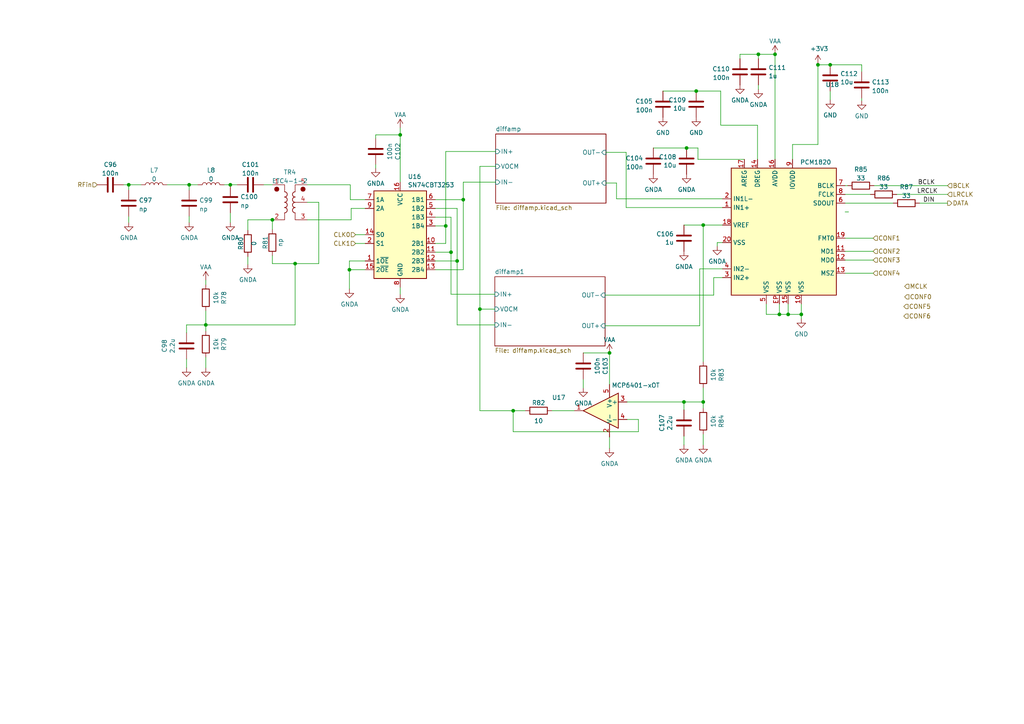
<source format=kicad_sch>
(kicad_sch (version 20250114) (generator "eeschema") (generator_version "9.0")
  (paper "A4")
  (lib_symbols
    (symbol "Amplifier_Operational:MCP601-xOT" (pin_names (offset 0.127))
      (property "Reference" "U" (at -1.27 6.35 0))
      (property "Value" "MCP601-xOT" (at -1.27 3.81 0))
      (symbol "MCP601-xOT_0_1"
        (polyline (pts (xy -5.08 5.08) (xy 5.08 0) (xy -5.08 -5.08) (xy -5.08 5.08)) (stroke (width 0.254)) (fill (type background)))
        (pin power_in line (at -2.54 7.62 270) (length 3.81) (name "V+") (number "5"))
        (pin power_in line (at -2.54 -7.62 90) (length 3.81) (name "V-") (number "2"))
      )
      (symbol "MCP601-xOT_1_1"
        (pin input line (at -7.62 2.54 0) (length 2.54) (name "+") (number "3"))
        (pin input line (at -7.62 -2.54 0) (length 2.54) (name "-") (number "4"))
        (pin output line (at 7.62 0 180) (length 2.54) (name "~") (number "1"))
      )
    )
    (symbol "Analog_Switch:SN74CBT3253"
      (property "Reference" "U" (at -7.62 13.97 0))
      (property "Value" "SN74CBT3253" (at -11.43 -13.97 0))
      (symbol "SN74CBT3253_0_1"
        (rectangle (start -7.62 12.7) (end 7.62 -12.7) (stroke (width 0.254)) (fill (type background)))
        (rectangle (start 7.62 -12.7) (end 7.62 -12.7))
      )
      (symbol "SN74CBT3253_1_1"
        (pin bidirectional line (at -10.16 10.16 0) (length 2.54) (name "1A") (number "7"))
        (pin bidirectional line (at -10.16 7.62 0) (length 2.54) (name "2A") (number "9"))
        (pin input line (at -10.16 0 0) (length 2.54) (name "S0") (number "14"))
        (pin input line (at -10.16 -2.54 0) (length 2.54) (name "S1") (number "2"))
        (pin input line (at -10.16 -7.62 0) (length 2.54) (name "1~{OE}") (number "1"))
        (pin input line (at -10.16 -10.16 0) (length 2.54) (name "2~{OE}") (number "15"))
        (pin power_in line (at 0 15.24 270) (length 2.54) (name "VCC") (number "16"))
        (pin power_in line (at 0 -15.24 90) (length 2.54) (name "GND") (number "8"))
        (pin bidirectional line (at 10.16 10.16 180) (length 2.54) (name "1B1") (number "6"))
        (pin bidirectional line (at 10.16 7.62 180) (length 2.54) (name "1B2") (number "5"))
        (pin bidirectional line (at 10.16 5.08 180) (length 2.54) (name "1B3") (number "4"))
        (pin bidirectional line (at 10.16 2.54 180) (length 2.54) (name "1B4") (number "3"))
        (pin bidirectional line (at 10.16 -2.54 180) (length 2.54) (name "2B1") (number "10"))
        (pin bidirectional line (at 10.16 -5.08 180) (length 2.54) (name "2B2") (number "11"))
        (pin bidirectional line (at 10.16 -7.62 180) (length 2.54) (name "2B3") (number "12"))
        (pin bidirectional line (at 10.16 -10.16 180) (length 2.54) (name "2B4") (number "13"))
      )
    )
    (symbol "Device:C" (pin_numbers (hide yes)) (pin_names (offset 0.254))
      (property "Reference" "C" (at 0.635 2.54 0))
      (property "Value" "C" (at 0.635 -2.54 0))
      (symbol "C_0_1"
        (polyline (pts (xy -2.032 0.762) (xy 2.032 0.762)) (stroke (width 0.508)))
        (polyline (pts (xy -2.032 -0.762) (xy 2.032 -0.762)) (stroke (width 0.508)))
      )
      (symbol "C_1_1"
        (pin passive line (at 0 3.81 270) (length 2.794) (name "~") (number "1"))
        (pin passive line (at 0 -3.81 90) (length 2.794) (name "~") (number "2"))
      )
    )
    (symbol "Device:L" (pin_numbers (hide yes)) (pin_names (offset 1.016) (hide yes))
      (property "Reference" "L" (at -1.27 0 90))
      (property "Value" "L" (at 1.905 0 90))
      (symbol "L_0_1"
        (arc (start 0 2.54) (mid 0.6323 1.905) (end 0 1.27))
        (arc (start 0 1.27) (mid 0.6323 0.635) (end 0 0))
        (arc (start 0 0) (mid 0.6323 -0.635) (end 0 -1.27))
        (arc (start 0 -1.27) (mid 0.6323 -1.905) (end 0 -2.54))
      )
      (symbol "L_1_1"
        (pin passive line (at 0 3.81 270) (length 1.27) (name "1") (number "1"))
        (pin passive line (at 0 -3.81 90) (length 1.27) (name "2") (number "2"))
      )
    )
    (symbol "Device:R" (pin_numbers (hide yes)) (pin_names (offset 0))
      (property "Reference" "R" (at 2.032 0 90))
      (property "Value" "R" (at 0 0 90))
      (symbol "R_0_1"
        (rectangle (start -1.016 -2.54) (end 1.016 2.54) (stroke (width 0.254)))
      )
      (symbol "R_1_1"
        (pin passive line (at 0 3.81 270) (length 1.27) (name "~") (number "1"))
        (pin passive line (at 0 -3.81 90) (length 1.27) (name "~") (number "2"))
      )
    )
    (symbol "adrf:ETC4-1-2" (pin_names (hide yes))
      (property "Reference" "TR" (at 0 6.35 0))
      (property "Value" "ETC4-1-2" (at 0 -6.985 0))
      (symbol "ETC4-1-2_0_1"
        (circle (center -3.81 3.81) (radius 0.635) (fill (type outline)))
        (polyline (pts (xy -2.54 5.08) (xy -1.524 5.08) (xy -1.524 3.048)) (stroke (width 0.1524)))
        (arc (start -1.524 3.048) (mid -0.7653 2.286) (end -1.524 1.524) (stroke (width 0.2032)))
        (arc (start -1.524 1.524) (mid -0.7653 0.762) (end -1.524 0) (stroke (width 0.2032)))
        (arc (start -1.524 0) (mid -0.7653 -0.762) (end -1.524 -1.524) (stroke (width 0.2032)))
        (arc (start -1.524 -1.524) (mid -0.7653 -2.286) (end -1.524 -3.048) (stroke (width 0.2032)))
        (polyline (pts (xy -1.524 -3.048) (xy -1.524 -5.08) (xy -2.54 -5.08)) (stroke (width 0.1524)))
        (polyline (pts (xy 1.524 3.048) (xy 1.524 5.08) (xy 2.54 5.08)) (stroke (width 0.1524)))
        (arc (start 1.524 1.524) (mid 0.7653 2.286) (end 1.524 3.048) (stroke (width 0.2032)))
        (arc (start 1.524 0) (mid 0.7653 0.762) (end 1.524 1.524) (stroke (width 0.2032)))
        (arc (start 1.524 -1.524) (mid 0.7653 -0.762) (end 1.524 0) (stroke (width 0.2032)))
        (arc (start 1.524 -3.048) (mid 0.7653 -2.286) (end 1.524 -1.524) (stroke (width 0.2032)))
        (polyline (pts (xy 2.54 0) (xy 1.27 0)) (stroke (width 0.1524)))
        (polyline (pts (xy 2.54 -5.08) (xy 1.524 -5.08) (xy 1.524 -3.048)) (stroke (width 0.1524)))
        (circle (center 3.81 3.81) (radius 0.635) (fill (type outline)))
      )
      (symbol "ETC4-1-2_1_1"
        (pin passive line (at -5.08 5.08 0) (length 2.54) (name "~") (number "1"))
        (pin passive line (at -5.08 -5.08 0) (length 2.54) (name "~") (number "2"))
        (pin no_connect line (at -2.54 0 0) (length 2.54) (hide yes) (name "~") (number "5"))
        (pin passive line (at 5.08 5.08 180) (length 2.54) (name "~") (number "5"))
        (pin passive line (at 5.08 0 180) (length 2.54) (name "~") (number "4"))
        (pin passive line (at 5.08 -5.08 180) (length 2.54) (name "~") (number "3"))
      )
    )
    (symbol "adrf:PCM1820"
      (property "Reference" "U" (at 10.16 22.86 0))
      (property "Value" "PCM1820" (at 10.16 20.32 0))
      (symbol "PCM1820_0_1"
        (rectangle (start -15.24 19.05) (end 15.24 -17.78) (stroke (width 0.254)) (fill (type background)))
      )
      (symbol "PCM1820_1_0"
        (pin power_in line (at -1.27 -20.32 90) (length 2.54) (name "VSS") (number "EP"))
      )
      (symbol "PCM1820_1_1"
        (pin input line (at -17.78 10.16 0) (length 2.54) (name "IN1L-") (number "2"))
        (pin input line (at -17.78 7.62 0) (length 2.54) (name "IN1+") (number "1"))
        (pin output line (at -17.78 2.54 0) (length 2.54) (name "VREF") (number "18"))
        (pin output line (at -17.78 -2.54 0) (length 2.54) (name "VSS") (number "20"))
        (pin input line (at -17.78 -10.16 0) (length 2.54) (name "IN2-") (number "4"))
        (pin input line (at -17.78 -12.7 0) (length 2.54) (name "IN2+") (number "3"))
        (pin power_out line (at -11.43 21.59 270) (length 2.54) (name "AREG") (number "17"))
        (pin power_out line (at -7.62 21.59 270) (length 2.54) (name "DREG") (number "14"))
        (pin power_in line (at -5.08 -20.32 90) (length 2.54) (name "VSS") (number "5"))
        (pin power_in line (at -2.54 21.59 270) (length 2.54) (name "AVDD") (number "16"))
        (pin power_in line (at 1.27 -20.32 90) (length 2.54) (name "VSS") (number "15"))
        (pin power_in line (at 2.54 21.59 270) (length 2.54) (name "IOVDD") (number "9"))
        (pin power_in line (at 5.08 -20.32 90) (length 2.54) (name "VSS") (number "10"))
        (pin bidirectional line (at 17.78 13.97 180) (length 2.54) (name "BCLK") (number "7"))
        (pin bidirectional line (at 17.78 11.43 180) (length 2.54) (name "FCLK") (number "8"))
        (pin output line (at 17.78 8.89 180) (length 2.54) (name "SDOUT") (number "6"))
        (pin input line (at 17.78 -1.27 180) (length 2.54) (name "FMT0") (number "19"))
        (pin input line (at 17.78 -5.08 180) (length 2.54) (name "MD1") (number "11"))
        (pin input line (at 17.78 -7.62 180) (length 2.54) (name "MD0") (number "12"))
        (pin input line (at 17.78 -11.43 180) (length 2.54) (name "MSZ") (number "13"))
      )
    )
    (symbol "device:C" (pin_numbers (hide yes)) (pin_names (offset 0.254))
      (property "Reference" "C" (at 0.635 2.54 0))
      (property "Value" "device_C" (at 0.635 -2.54 0))
      (symbol "C_0_1"
        (polyline (pts (xy -2.032 0.762) (xy 2.032 0.762)) (stroke (width 0.508)))
        (polyline (pts (xy -2.032 -0.762) (xy 2.032 -0.762)) (stroke (width 0.508)))
      )
      (symbol "C_1_1"
        (pin passive line (at 0 3.81 270) (length 2.794) (name "~") (number "1"))
        (pin passive line (at 0 -3.81 90) (length 2.794) (name "~") (number "2"))
      )
    )
    (symbol "device:R" (pin_numbers (hide yes)) (pin_names (offset 0))
      (property "Reference" "R" (at 2.032 0 90))
      (property "Value" "device_R" (at 0 0 90))
      (symbol "R_0_1"
        (rectangle (start -1.016 -2.54) (end 1.016 2.54) (stroke (width 0.254)))
      )
      (symbol "R_1_1"
        (pin passive line (at 0 3.81 270) (length 1.27) (name "~") (number "1"))
        (pin passive line (at 0 -3.81 90) (length 1.27) (name "~") (number "2"))
      )
    )
    (symbol "power:+3V3" (power) (pin_names (offset 0))
      (property "Value" "+3V3" (at 0 3.556 0))
      (symbol "+3V3_0_1"
        (polyline (pts (xy -0.762 1.27) (xy 0 2.54)))
        (polyline (pts (xy 0 2.54) (xy 0.762 1.27)))
        (polyline (pts (xy 0 0) (xy 0 2.54)))
      )
      (symbol "+3V3_1_1"
        (pin power_in line (at 0 0 90) (length 0) (hide yes) (name "+3V3") (number "1"))
      )
    )
    (symbol "power:GND" (power) (pin_names (offset 0))
      (property "Value" "GND" (at 0 -3.81 0))
      (symbol "GND_0_1"
        (polyline (pts (xy 0 0) (xy 0 -1.27) (xy 1.27 -1.27) (xy 0 -2.54) (xy -1.27 -1.27) (xy 0 -1.27)))
      )
      (symbol "GND_1_1"
        (pin power_in line (at 0 0 270) (length 0) (hide yes) (name "GND") (number "1"))
      )
    )
    (symbol "power:GNDA" (power) (pin_names (offset 0))
      (property "Value" "GNDA" (at 0 -3.81 0))
      (symbol "GNDA_0_1"
        (polyline (pts (xy 0 0) (xy 0 -1.27) (xy 1.27 -1.27) (xy 0 -2.54) (xy -1.27 -1.27) (xy 0 -1.27)))
      )
      (symbol "GNDA_1_1"
        (pin power_in line (at 0 0 270) (length 0) (hide yes) (name "GNDA") (number "1"))
      )
    )
    (symbol "power:VAA" (power) (pin_names (offset 0))
      (property "Value" "VAA" (at 0 3.81 0))
      (symbol "VAA_0_1"
        (polyline (pts (xy -0.762 1.27) (xy 0 2.54)))
        (polyline (pts (xy 0 2.54) (xy 0.762 1.27)))
        (polyline (pts (xy 0 0) (xy 0 2.54)))
      )
      (symbol "VAA_1_1"
        (pin power_in line (at 0 0 90) (length 0) (hide yes) (name "VAA") (number "1"))
      )
    )
  )
  (junction (at 228.6 91.186))
  (junction (at 85.598 76.454))
  (junction (at 226.06 91.186))
  (junction (at 201.93 26.416))
  (junction (at 148.844 119.126))
  (junction (at 132.588 75.692))
  (junction (at 116.078 39.116))
  (junction (at 129.286 65.532))
  (junction (at 199.136 42.926))
  (junction (at 59.69 94.234))
  (junction (at 203.962 116.586))
  (junction (at 219.964 15.748))
  (junction (at 54.864 53.594))
  (junction (at 203.962 65.278))
  (junction (at 130.81 73.152))
  (junction (at 176.784 102.362))
  (junction (at 66.802 53.594))
  (junction (at 240.792 18.796))
  (junction (at 37.338 53.594))
  (junction (at 237.236 18.796))
  (junction (at 224.79 15.748))
  (junction (at 139.192 89.662))
  (junction (at 232.41 91.186))
  (junction (at 134.366 57.912))
  (junction (at 78.994 63.754))
  (junction (at 198.374 116.586))
  (junction (at 101.346 78.232))
  (wire (pts (xy 76.454 53.594) (xy 78.994 53.594)))
  (wire (pts (xy 208.026 71.374) (xy 208.026 70.358)))
  (wire (pts (xy 245.11 61.468) (xy 246.126 61.468)))
  (wire (pts (xy 143.764 48.26) (xy 139.192 48.26)))
  (wire (pts (xy 101.854 60.452) (xy 105.918 60.452)))
  (wire (pts (xy 178.816 57.658) (xy 209.55 57.658)))
  (wire (pts (xy 105.918 75.692) (xy 101.346 75.692)))
  (wire (pts (xy 176.784 126.746) (xy 176.784 130.048)))
  (wire (pts (xy 203.962 65.278) (xy 209.55 65.278)))
  (wire (pts (xy 126.238 60.452) (xy 132.588 60.452)))
  (wire (pts (xy 92.456 76.454) (xy 85.598 76.454)))
  (wire (pts (xy 71.882 63.754) (xy 71.882 66.802)))
  (wire (pts (xy 178.816 57.658) (xy 178.816 53.086)))
  (wire (pts (xy 203.962 116.586) (xy 203.962 118.364)))
  (wire (pts (xy 245.11 58.928) (xy 259.08 58.928)))
  (wire (pts (xy 219.71 46.228) (xy 219.71 36.322)))
  (wire (pts (xy 245.11 56.388) (xy 252.476 56.388)))
  (wire (pts (xy 181.864 116.586) (xy 198.374 116.586)))
  (wire (pts (xy 240.792 26.416) (xy 240.792 28.956)))
  (wire (pts (xy 198.374 116.586) (xy 203.962 116.586)))
  (wire (pts (xy 126.238 65.532) (xy 129.286 65.532)))
  (wire (pts (xy 228.6 91.186) (xy 232.41 91.186)))
  (wire (pts (xy 232.41 91.186) (xy 232.41 92.456)))
  (wire (pts (xy 92.456 58.674) (xy 92.456 76.454)))
  (wire (pts (xy 59.69 81.28) (xy 59.69 82.55)))
  (wire (pts (xy 54.864 53.594) (xy 54.864 55.118)))
  (wire (pts (xy 185.166 121.666) (xy 185.166 125.222)))
  (wire (pts (xy 237.236 41.91) (xy 229.87 41.91)))
  (wire (pts (xy 71.882 74.422) (xy 71.882 76.708)))
  (wire (pts (xy 101.6 57.912) (xy 105.918 57.912)))
  (wire (pts (xy 139.192 89.662) (xy 143.51 89.662)))
  (wire (pts (xy 89.154 53.594) (xy 101.6 53.594)))
  (wire (pts (xy 108.966 40.132) (xy 108.966 39.116)))
  (wire (pts (xy 202.438 42.926) (xy 202.438 46.228)))
  (wire (pts (xy 181.61 44.196) (xy 175.768 44.196)))
  (wire (pts (xy 66.802 53.594) (xy 68.834 53.594)))
  (wire (pts (xy 129.286 43.942) (xy 143.764 43.942)))
  (wire (pts (xy 245.11 53.848) (xy 245.872 53.848)))
  (wire (pts (xy 126.238 73.152) (xy 130.81 73.152)))
  (wire (pts (xy 203.962 65.278) (xy 203.962 104.902)))
  (wire (pts (xy 108.966 39.116) (xy 116.078 39.116)))
  (wire (pts (xy 134.366 57.912) (xy 134.366 78.232)))
  (wire (pts (xy 207.01 80.518) (xy 209.55 80.518)))
  (wire (pts (xy 132.588 75.692) (xy 132.588 60.452)))
  (wire (pts (xy 101.854 63.754) (xy 101.854 60.452)))
  (wire (pts (xy 103.124 70.612) (xy 105.918 70.612)))
  (wire (pts (xy 202.438 46.228) (xy 215.9 46.228)))
  (wire (pts (xy 199.136 42.926) (xy 202.438 42.926)))
  (wire (pts (xy 139.192 119.126) (xy 148.844 119.126)))
  (wire (pts (xy 226.06 88.138) (xy 226.06 91.186)))
  (wire (pts (xy 54.864 62.738) (xy 54.864 64.516)))
  (wire (pts (xy 101.346 75.692) (xy 101.346 78.232)))
  (wire (pts (xy 37.338 62.738) (xy 37.338 64.516)))
  (wire (pts (xy 103.124 68.072) (xy 105.918 68.072)))
  (wire (pts (xy 126.238 78.232) (xy 134.366 78.232)))
  (wire (pts (xy 59.69 94.234) (xy 85.598 94.234)))
  (wire (pts (xy 201.93 26.416) (xy 192.278 26.416)))
  (wire (pts (xy 208.026 70.358) (xy 209.55 70.358)))
  (wire (pts (xy 209.042 36.322) (xy 209.042 26.416)))
  (wire (pts (xy 260.096 56.388) (xy 274.828 56.388)))
  (wire (pts (xy 134.366 52.832) (xy 134.366 57.912)))
  (wire (pts (xy 126.238 75.692) (xy 132.588 75.692)))
  (wire (pts (xy 237.236 18.796) (xy 237.236 41.91)))
  (wire (pts (xy 116.078 39.116) (xy 116.078 52.832)))
  (wire (pts (xy 148.844 119.126) (xy 148.844 125.222)))
  (wire (pts (xy 181.864 121.666) (xy 185.166 121.666)))
  (wire (pts (xy 219.964 24.638) (xy 219.964 25.908)))
  (wire (pts (xy 219.964 15.748) (xy 219.964 17.018)))
  (wire (pts (xy 169.164 109.982) (xy 169.164 112.522)))
  (wire (pts (xy 209.55 77.978) (xy 202.946 77.978)))
  (wire (pts (xy 203.962 125.984) (xy 203.962 129.032)))
  (wire (pts (xy 54.102 104.14) (xy 54.102 106.68)))
  (wire (pts (xy 219.71 36.322) (xy 209.042 36.322)))
  (wire (pts (xy 78.994 63.754) (xy 71.882 63.754)))
  (wire (pts (xy 66.802 53.594) (xy 66.802 54.102)))
  (wire (pts (xy 207.01 85.598) (xy 207.01 80.518)))
  (wire (pts (xy 245.11 75.438) (xy 253.238 75.438)))
  (wire (pts (xy 245.11 69.088) (xy 253.238 69.088)))
  (wire (pts (xy 132.588 94.234) (xy 132.588 75.692)))
  (wire (pts (xy 85.598 76.454) (xy 78.994 76.454)))
  (wire (pts (xy 202.946 94.488) (xy 175.514 94.488)))
  (wire (pts (xy 35.814 53.594) (xy 37.338 53.594)))
  (wire (pts (xy 214.63 17.018) (xy 214.63 15.748)))
  (wire (pts (xy 54.864 53.594) (xy 57.404 53.594)))
  (wire (pts (xy 249.936 18.796) (xy 249.936 20.828)))
  (wire (pts (xy 203.962 112.522) (xy 203.962 116.586)))
  (wire (pts (xy 130.81 62.992) (xy 130.81 73.152)))
  (wire (pts (xy 59.69 90.17) (xy 59.69 94.234)))
  (wire (pts (xy 129.286 43.942) (xy 129.286 65.532)))
  (wire (pts (xy 202.946 77.978) (xy 202.946 94.488)))
  (wire (pts (xy 166.624 119.126) (xy 160.02 119.126)))
  (wire (pts (xy 209.042 26.416) (xy 201.93 26.416)))
  (wire (pts (xy 54.102 96.52) (xy 54.102 94.234)))
  (wire (pts (xy 85.598 94.234) (xy 85.598 76.454)))
  (wire (pts (xy 219.964 15.748) (xy 224.79 15.748)))
  (wire (pts (xy 126.238 57.912) (xy 134.366 57.912)))
  (wire (pts (xy 237.236 18.542) (xy 237.236 18.796)))
  (wire (pts (xy 132.588 94.234) (xy 143.51 94.234)))
  (wire (pts (xy 130.81 85.344) (xy 143.51 85.344)))
  (wire (pts (xy 253.492 53.848) (xy 274.828 53.848)))
  (wire (pts (xy 198.374 65.278) (xy 203.962 65.278)))
  (wire (pts (xy 130.81 85.344) (xy 130.81 73.152)))
  (wire (pts (xy 181.61 44.196) (xy 181.61 60.198)))
  (wire (pts (xy 101.346 78.232) (xy 101.346 83.82)))
  (wire (pts (xy 198.374 126.492) (xy 198.374 129.032)))
  (wire (pts (xy 59.69 94.234) (xy 59.69 96.012)))
  (wire (pts (xy 228.6 91.186) (xy 228.6 88.138)))
  (wire (pts (xy 249.936 28.448) (xy 249.936 29.21)))
  (wire (pts (xy 245.11 79.248) (xy 253.238 79.248)))
  (wire (pts (xy 199.136 42.926) (xy 189.484 42.926)))
  (wire (pts (xy 78.994 76.454) (xy 78.994 74.168)))
  (wire (pts (xy 224.79 15.748) (xy 224.79 46.228)))
  (wire (pts (xy 214.63 15.748) (xy 219.964 15.748)))
  (wire (pts (xy 54.102 94.234) (xy 59.69 94.234)))
  (wire (pts (xy 101.346 78.232) (xy 105.918 78.232)))
  (wire (pts (xy 78.994 66.548) (xy 78.994 63.754)))
  (wire (pts (xy 222.25 88.138) (xy 222.25 91.186)))
  (wire (pts (xy 226.06 91.186) (xy 228.6 91.186)))
  (wire (pts (xy 169.164 102.362) (xy 176.784 102.362)))
  (wire (pts (xy 181.61 60.198) (xy 209.55 60.198)))
  (wire (pts (xy 48.514 53.594) (xy 54.864 53.594)))
  (wire (pts (xy 126.238 70.612) (xy 129.286 70.612)))
  (wire (pts (xy 198.374 118.872) (xy 198.374 116.586)))
  (wire (pts (xy 266.7 58.928) (xy 274.828 58.928)))
  (wire (pts (xy 66.802 61.722) (xy 66.802 64.516)))
  (wire (pts (xy 229.87 41.91) (xy 229.87 46.228)))
  (wire (pts (xy 245.11 72.898) (xy 253.238 72.898)))
  (wire (pts (xy 139.192 48.26) (xy 139.192 89.662)))
  (wire (pts (xy 116.078 83.312) (xy 116.078 85.344)))
  (wire (pts (xy 65.024 53.594) (xy 66.802 53.594)))
  (wire (pts (xy 226.06 91.186) (xy 222.25 91.186)))
  (wire (pts (xy 185.166 125.222) (xy 148.844 125.222)))
  (wire (pts (xy 237.236 18.796) (xy 240.792 18.796)))
  (wire (pts (xy 116.078 37.084) (xy 116.078 39.116)))
  (wire (pts (xy 178.816 53.086) (xy 175.768 53.086)))
  (wire (pts (xy 89.154 63.754) (xy 101.854 63.754)))
  (wire (pts (xy 37.338 53.594) (xy 40.894 53.594)))
  (wire (pts (xy 89.154 58.674) (xy 92.456 58.674)))
  (wire (pts (xy 134.366 52.832) (xy 143.764 52.832)))
  (wire (pts (xy 175.514 85.598) (xy 207.01 85.598)))
  (wire (pts (xy 129.286 70.612) (xy 129.286 65.532)))
  (wire (pts (xy 108.966 47.752) (xy 108.966 48.768)))
  (wire (pts (xy 126.238 62.992) (xy 130.81 62.992)))
  (wire (pts (xy 152.4 119.126) (xy 148.844 119.126)))
  (wire (pts (xy 176.784 102.362) (xy 176.784 111.506)))
  (wire (pts (xy 37.338 53.594) (xy 37.338 55.118)))
  (wire (pts (xy 139.192 89.662) (xy 139.192 119.126)))
  (wire (pts (xy 232.41 88.138) (xy 232.41 91.186)))
  (wire (pts (xy 249.936 18.796) (xy 240.792 18.796)))
  (wire (pts (xy 59.69 103.632) (xy 59.69 106.68)))
  (wire (pts (xy 101.6 53.594) (xy 101.6 57.912)))
  (label "LRCLK" (at 265.938 56.388 0))
  (label "BCLK" (at 266.192 53.848 0))
  (label "DIN" (at 267.716 58.928 0))
  (hierarchical_label "MCLK" (shape input) (at 262.382 83.058 0))
  (hierarchical_label "CONF2" (shape input) (at 253.238 72.898 0))
  (hierarchical_label "CONF5" (shape input) (at 262.128 88.9 0))
  (hierarchical_label "DATA" (shape output) (at 274.828 58.928 0))
  (hierarchical_label "CONF3" (shape input) (at 253.238 75.438 0))
  (hierarchical_label "CLK1" (shape input) (at 103.124 70.612 180))
  (hierarchical_label "RFin" (shape input) (at 28.194 53.594 180))
  (hierarchical_label "CONF6" (shape input) (at 262.128 91.694 0))
  (hierarchical_label "CONF0" (shape input) (at 262.382 86.106 0))
  (hierarchical_label "BCLK" (shape input) (at 274.828 53.848 0))
  (hierarchical_label "CONF4" (shape input) (at 253.238 79.248 0))
  (hierarchical_label "CLK0" (shape input) (at 103.124 68.072 180))
  (hierarchical_label "CONF1" (shape input) (at 253.238 69.088 0))
  (hierarchical_label "LRCLK" (shape input) (at 274.828 56.388 0))
  (symbol (lib_id "Device:C") (at 37.338 58.928 180) (unit 1)
    (property "Reference" "C27" (at 40.259 58.0933 0) (effects (justify right)))
    (property "Value" "np" (at 40.259 60.6302 0) (effects (justify right)))
    (property "Footprint" "Capacitor_SMD:C_0603_1608Metric" (effects (hide yes)))
    (instances (project "multirecv" (path "" (reference "C97") (unit 1)) (path "" (reference "C79") (unit 1)) (path "" (reference "C27") (unit 1)) (path "" (reference "C43") (unit 1))))
  )
  (symbol (lib_id "power:GNDA") (at 59.69 106.68 0) (unit 1)
    (property "Reference" "#PWR039" (effects (hide yes)))
    (property "Value" "GNDA" (at 59.69 111.1234 0))
    (instances (project "multirecv" (path "" (reference "#PWR0156") (unit 1)) (path "" (reference "#PWR0126") (unit 1)) (path "" (reference "#PWR039") (unit 1)) (path "" (reference "#PWR074") (unit 1))))
  )
  (symbol (lib_id "power:GNDA") (at 199.136 50.546 0) (mirror y) (unit 1)
    (property "Reference" "#PWR050" (effects (hide yes)))
    (property "Value" "GNDA" (at 199.136 54.9894 0))
    (instances (project "multirecv" (path "" (reference "#PWR0170") (unit 1)) (path "" (reference "#PWR0140") (unit 1)) (path "" (reference "#PWR050") (unit 1)) (path "" (reference "#PWR088") (unit 1))))
  )
  (symbol (lib_id "Device:C") (at 198.374 69.088 0) (mirror x) (unit 1)
    (property "Reference" "C35" (at 195.453 67.8759 0) (effects (justify right)))
    (property "Value" "1u" (at 195.453 70.3001 0) (effects (justify right)))
    (property "Footprint" "Capacitor_SMD:C_0603_1608Metric" (effects (hide yes)))
    (instances (project "multirecv" (path "" (reference "C106") (unit 1)) (path "" (reference "C88") (unit 1)) (path "" (reference "C35") (unit 1)) (path "" (reference "C52") (unit 1))))
  )
  (symbol (lib_id "power:GNDA") (at 219.964 25.908 0) (unit 1)
    (property "Reference" "#PWR053" (effects (hide yes)))
    (property "Value" "GNDA" (at 219.964 30.3514 0))
    (instances (project "multirecv" (path "" (reference "#PWR0176") (unit 1)) (path "" (reference "#PWR0146") (unit 1)) (path "" (reference "#PWR053") (unit 1)) (path "" (reference "#PWR094") (unit 1))))
  )
  (symbol (lib_id "device:C") (at 169.164 106.172 0) (unit 1)
    (property "Reference" "C15" (at 175.5648 106.172 90))
    (property "Value" "100n" (at 173.2534 106.172 90))
    (property "Footprint" "Capacitor_SMD:C_0402_1005Metric" (effects (hide yes)))
    (instances (project "multirecv" (path "" (reference "C103") (unit 1)) (path "" (reference "C85") (unit 1)) (path "" (reference "C15") (unit 1)) (path "" (reference "C49") (unit 1))))
  )
  (symbol (lib_id "Device:R") (at 249.682 53.848 90) (unit 1)
    (property "Reference" "R37" (at 249.682 49.1322 90))
    (property "Value" "33" (at 249.682 51.6691 90))
    (property "Footprint" "Resistor_SMD:R_0603_1608Metric" (effects (hide yes)))
    (instances (project "multirecv" (path "" (reference "R85") (unit 1)) (path "" (reference "R75") (unit 1)) (path "" (reference "R37") (unit 1)) (path "" (reference "R44") (unit 1))))
  )
  (symbol (lib_id "device:R") (at 71.882 70.612 0) (mirror y) (unit 1)
    (property "Reference" "R33" (at 69.85 70.612 90))
    (property "Value" "0" (at 73.66 70.612 90))
    (property "Footprint" "Resistor_SMD:R_0603_1608Metric" (effects (hide yes)))
    (instances (project "multirecv" (path "" (reference "R80") (unit 1)) (path "" (reference "R70") (unit 1)) (path "" (reference "R33") (unit 1)) (path "" (reference "R38") (unit 1))))
  )
  (symbol (lib_id "Device:C") (at 249.936 24.638 0) (unit 1)
    (property "Reference" "C30" (at 252.857 23.8033 0) (effects (justify left)))
    (property "Value" "100n" (at 252.857 26.3402 0) (effects (justify left)))
    (property "Footprint" "Capacitor_SMD:C_0402_1005Metric" (effects (hide yes)))
    (instances (project "multirecv" (path "" (reference "C113") (unit 1)) (path "" (reference "C95") (unit 1)) (path "" (reference "C30") (unit 1)) (path "" (reference "C59") (unit 1))))
  )
  (symbol (lib_id "power:GND") (at 201.93 34.036 0) (unit 1)
    (property "Reference" "#PWR049" (effects (hide yes)))
    (property "Value" "GND" (at 201.93 38.4794 0))
    (instances (project "multirecv" (path "" (reference "#PWR0171") (unit 1)) (path "" (reference "#PWR0141") (unit 1)) (path "" (reference "#PWR049") (unit 1)) (path "" (reference "#PWR089") (unit 1))))
  )
  (symbol (lib_id "power:GNDA") (at 54.864 64.516 0) (unit 1)
    (property "Reference" "#PWR028" (effects (hide yes)))
    (property "Value" "GNDA" (at 54.864 68.9594 0))
    (instances (project "multirecv" (path "" (reference "#PWR0154") (unit 1)) (path "" (reference "#PWR0124") (unit 1)) (path "" (reference "#PWR028") (unit 1)) (path "" (reference "#PWR070") (unit 1))))
  )
  (symbol (lib_id "Device:R") (at 262.89 58.928 90) (unit 1)
    (property "Reference" "R47" (at 262.89 54.2122 90))
    (property "Value" "33" (at 262.89 56.7491 90))
    (property "Footprint" "Resistor_SMD:R_0603_1608Metric" (effects (hide yes)))
    (instances (project "multirecv" (path "" (reference "R87") (unit 1)) (path "" (reference "R77") (unit 1)) (path "" (reference "R47") (unit 1)) (path "" (reference "R46") (unit 1))))
  )
  (symbol (lib_id "device:C") (at 108.966 43.942 0) (unit 1)
    (property "Reference" "C34" (at 115.3668 43.942 90))
    (property "Value" "100n" (at 113.0554 43.942 90))
    (property "Footprint" "Capacitor_SMD:C_0402_1005Metric" (effects (hide yes)))
    (instances (project "multirecv" (path "" (reference "C102") (unit 1)) (path "" (reference "C84") (unit 1)) (path "" (reference "C34") (unit 1)) (path "" (reference "C48") (unit 1))))
  )
  (symbol (lib_id "Device:C") (at 54.864 58.928 180) (unit 1)
    (property "Reference" "C29" (at 57.785 58.0933 0) (effects (justify right)))
    (property "Value" "np" (at 57.785 60.6302 0) (effects (justify right)))
    (property "Footprint" "Capacitor_SMD:C_0603_1608Metric" (effects (hide yes)))
    (instances (project "multirecv" (path "" (reference "C99") (unit 1)) (path "" (reference "C81") (unit 1)) (path "" (reference "C29") (unit 1)) (path "" (reference "C45") (unit 1))))
  )
  (symbol (lib_id "adrf:PCM1820") (at 227.33 67.818 0) (unit 1)
    (property "Reference" "U7" (at 239.4301 24.5577 0) (effects (justify left)))
    (property "Value" "PCM1820" (at 232.0641 47.0479 0) (effects (justify left)))
    (property "Footprint" "hnch:BurrBrown_WQFN-20-1EP_2.8x2.8mm_P0.5mm_EP1.4x1.4mm" (effects (hide yes)))
    (instances (project "multirecv" (path "" (reference "U18") (unit 1)) (path "" (reference "U15") (unit 1)) (path "" (reference "U7") (unit 1)) (path "" (reference "U10") (unit 1))))
  )
  (symbol (lib_id "adrf:ETC4-1-2") (at 84.074 58.674 0) (unit 1)
    (property "Reference" "TR1" (at 84.074 49.945 0))
    (property "Value" "ETC4-1-2" (at 84.074 52.4819 0))
    (property "Footprint" "Transformer_SMD:Transformer_MACOM_SM-22" (effects (hide yes)))
    (property "Datasheet" "https://cdn.macom.com/datasheets/ETC4-1-2-TR.pdf" (effects (hide yes)))
    (instances (project "multirecv" (path "" (reference "TR4") (unit 1)) (path "" (reference "TR3") (unit 1)) (path "" (reference "TR1") (unit 1)) (path "" (reference "TR2") (unit 1))))
  )
  (symbol (lib_id "power:GNDA") (at 176.784 130.048 0) (mirror y) (unit 1)
    (property "Reference" "#PWR036" (effects (hide yes)))
    (property "Value" "GNDA" (at 176.784 134.4914 0))
    (instances (project "multirecv" (path "" (reference "#PWR0165") (unit 1)) (path "" (reference "#PWR0135") (unit 1)) (path "" (reference "#PWR036") (unit 1)) (path "" (reference "#PWR083") (unit 1))))
  )
  (symbol (lib_id "device:C") (at 198.374 122.682 0) (mirror y) (unit 1)
    (property "Reference" "C42" (at 191.9732 122.682 90))
    (property "Value" "2.2u" (at 194.2846 122.682 90))
    (property "Footprint" "Capacitor_SMD:C_0603_1608Metric" (effects (hide yes)))
    (instances (project "multirecv" (path "" (reference "C107") (unit 1)) (path "" (reference "C89") (unit 1)) (path "" (reference "C42") (unit 1)) (path "" (reference "C53") (unit 1))))
  )
  (symbol (lib_id "device:R") (at 59.69 99.822 0) (mirror y) (unit 1)
    (property "Reference" "R32" (at 64.9478 99.822 90))
    (property "Value" "10k" (at 62.6364 99.822 90))
    (property "Footprint" "Resistor_SMD:R_0603_1608Metric" (effects (hide yes)))
    (instances (project "multirecv" (path "" (reference "R79") (unit 1)) (path "" (reference "R69") (unit 1)) (path "" (reference "R32") (unit 1)) (path "" (reference "R36") (unit 1))))
  )
  (symbol (lib_id "Device:L") (at 44.704 53.594 270) (mirror x) (unit 1)
    (property "Reference" "L2" (at 44.704 49.3862 90))
    (property "Value" "0" (at 44.704 51.9231 90))
    (property "Footprint" "hnch:L_1008_0805_0603_HandSolder_Combo" (effects (hide yes)))
    (instances (project "multirecv" (path "" (reference "L7") (unit 1)) (path "" (reference "L5") (unit 1)) (path "" (reference "L2") (unit 1)) (path "" (reference "L1") (unit 1))))
  )
  (symbol (lib_id "Device:C") (at 219.964 20.828 0) (unit 1)
    (property "Reference" "C39" (at 222.885 19.6159 0) (effects (justify left)))
    (property "Value" "1u" (at 222.885 22.0401 0) (effects (justify left)))
    (property "Footprint" "Capacitor_SMD:C_0603_1608Metric" (effects (hide yes)))
    (instances (project "multirecv" (path "" (reference "C111") (unit 1)) (path "" (reference "C93") (unit 1)) (path "" (reference "C39") (unit 1)) (path "" (reference "C57") (unit 1))))
  )
  (symbol (lib_id "power:VAA") (at 176.784 102.362 0) (mirror y) (unit 1)
    (property "Reference" "#PWR035" (effects (hide yes)))
    (property "Value" "VAA" (at 176.784 98.552 0))
    (instances (project "multirecv" (path "" (reference "#PWR0164") (unit 1)) (path "" (reference "#PWR0134") (unit 1)) (path "" (reference "#PWR035") (unit 1)) (path "" (reference "#PWR082") (unit 1))))
  )
  (symbol (lib_id "device:R") (at 156.21 119.126 90) (unit 1)
    (property "Reference" "R16" (at 156.21 116.84 90))
    (property "Value" "10" (at 156.21 122.0724 90))
    (property "Footprint" "Resistor_SMD:R_0603_1608Metric" (effects (hide yes)))
    (instances (project "multirecv" (path "" (reference "R82") (unit 1)) (path "" (reference "R72") (unit 1)) (path "" (reference "R16") (unit 1)) (path "" (reference "R40") (unit 1))))
  )
  (symbol (lib_id "Amplifier_Operational:MCP601-xOT") (at 174.244 119.126 0) (mirror y) (unit 1)
    (property "Reference" "U4" (at 162.0633 115.2993 0))
    (property "Value" "MCP6401-xOT" (at 184.404 111.76 0))
    (property "Footprint" "Package_TO_SOT_SMD:SOT-23-5" (effects (hide yes)))
    (property "Datasheet" "http://ww1.microchip.com/downloads/en/DeviceDoc/21314g.pdf" (effects (hide yes)))
    (instances (project "multirecv" (path "" (reference "U17") (unit 1)) (path "" (reference "U14") (unit 1)) (path "" (reference "U4") (unit 1)) (path "" (reference "U9") (unit 1))))
  )
  (symbol (lib_id "device:R") (at 78.994 70.358 0) (mirror y) (unit 1)
    (property "Reference" "R34" (at 76.962 70.358 90))
    (property "Value" "np" (at 81.28 70.358 90))
    (property "Footprint" "Resistor_SMD:R_0603_1608Metric" (effects (hide yes)))
    (instances (project "multirecv" (path "" (reference "R81") (unit 1)) (path "" (reference "R71") (unit 1)) (path "" (reference "R34") (unit 1)) (path "" (reference "R39") (unit 1))))
  )
  (symbol (lib_id "power:GNDA") (at 198.374 72.898 0) (unit 1)
    (property "Reference" "#PWR048" (effects (hide yes)))
    (property "Value" "GNDA" (at 198.374 77.3414 0))
    (instances (project "multirecv" (path "" (reference "#PWR0168") (unit 1)) (path "" (reference "#PWR0138") (unit 1)) (path "" (reference "#PWR048") (unit 1)) (path "" (reference "#PWR086") (unit 1))))
  )
  (symbol (lib_id "power:GNDA") (at 101.346 83.82 0) (unit 1)
    (property "Reference" "#PWR043" (effects (hide yes)))
    (property "Value" "GNDA" (at 101.346 88.2634 0))
    (instances (project "multirecv" (path "" (reference "#PWR0159") (unit 1)) (path "" (reference "#PWR0129") (unit 1)) (path "" (reference "#PWR043") (unit 1)) (path "" (reference "#PWR077") (unit 1))))
  )
  (symbol (lib_id "Device:C") (at 192.278 30.226 0) (mirror y) (unit 1)
    (property "Reference" "C36" (at 189.357 29.3913 0) (effects (justify left)))
    (property "Value" "100n" (at 189.357 31.9282 0) (effects (justify left)))
    (property "Footprint" "Capacitor_SMD:C_0402_1005Metric" (effects (hide yes)))
    (instances (project "multirecv" (path "" (reference "C105") (unit 1)) (path "" (reference "C87") (unit 1)) (path "" (reference "C36") (unit 1)) (path "" (reference "C51") (unit 1))))
  )
  (symbol (lib_id "Device:C") (at 199.136 46.736 0) (mirror y) (unit 1)
    (property "Reference" "C37" (at 196.215 45.5239 0) (effects (justify left)))
    (property "Value" "10u" (at 196.215 47.9481 0) (effects (justify left)))
    (property "Footprint" "Capacitor_SMD:C_0603_1608Metric" (effects (hide yes)))
    (instances (project "multirecv" (path "" (reference "C108") (unit 1)) (path "" (reference "C90") (unit 1)) (path "" (reference "C37") (unit 1)) (path "" (reference "C54") (unit 1))))
  )
  (symbol (lib_id "Device:L") (at 61.214 53.594 90) (unit 1)
    (property "Reference" "L4" (at 61.214 49.3862 90))
    (property "Value" "0" (at 61.214 51.9231 90))
    (property "Footprint" "hnch:L_1008_0805_0603_HandSolder_Combo" (effects (hide yes)))
    (instances (project "multirecv" (path "" (reference "L8") (unit 1)) (path "" (reference "L6") (unit 1)) (path "" (reference "L4") (unit 1)) (path "" (reference "L3") (unit 1))))
  )
  (symbol (lib_id "power:VAA") (at 224.79 15.748 0) (unit 1)
    (property "Reference" "#PWR056" (effects (hide yes)))
    (property "Value" "VAA" (at 224.79 11.938 0))
    (instances (project "multirecv" (path "" (reference "#PWR0177") (unit 1)) (path "" (reference "#PWR0147") (unit 1)) (path "" (reference "#PWR056") (unit 1)) (path "" (reference "#PWR095") (unit 1))))
  )
  (symbol (lib_id "power:GND") (at 232.41 92.456 0) (unit 1)
    (property "Reference" "#PWR059" (effects (hide yes)))
    (property "Value" "GND" (at 232.41 96.8994 0))
    (instances (project "multirecv" (path "" (reference "#PWR0178") (unit 1)) (path "" (reference "#PWR0148") (unit 1)) (path "" (reference "#PWR059") (unit 1)) (path "" (reference "#PWR096") (unit 1))))
  )
  (symbol (lib_id "power:GNDA") (at 108.966 48.768 0) (unit 1)
    (property "Reference" "#PWR044" (effects (hide yes)))
    (property "Value" "GNDA" (at 108.966 53.2114 0))
    (instances (project "multirecv" (path "" (reference "#PWR0160") (unit 1)) (path "" (reference "#PWR0130") (unit 1)) (path "" (reference "#PWR044") (unit 1)) (path "" (reference "#PWR078") (unit 1))))
  )
  (symbol (lib_id "power:+3V3") (at 237.236 18.542 0) (unit 1)
    (property "Reference" "#PWR058" (effects (hide yes)))
    (property "Value" "+3V3" (at 237.617 14.1478 0))
    (instances (project "multirecv" (path "" (reference "#PWR0179") (unit 1)) (path "" (reference "#PWR0149") (unit 1)) (path "" (reference "#PWR058") (unit 1)) (path "" (reference "#PWR097") (unit 1))))
  )
  (symbol (lib_id "power:GNDA") (at 71.882 76.708 0) (unit 1)
    (property "Reference" "#PWR041" (effects (hide yes)))
    (property "Value" "GNDA" (at 71.882 81.1514 0))
    (instances (project "multirecv" (path "" (reference "#PWR0158") (unit 1)) (path "" (reference "#PWR0128") (unit 1)) (path "" (reference "#PWR041") (unit 1)) (path "" (reference "#PWR076") (unit 1))))
  )
  (symbol (lib_id "power:GNDA") (at 198.374 129.032 0) (unit 1)
    (property "Reference" "#PWR054" (effects (hide yes)))
    (property "Value" "GNDA" (at 198.374 133.4754 0))
    (instances (project "multirecv" (path "" (reference "#PWR0169") (unit 1)) (path "" (reference "#PWR0139") (unit 1)) (path "" (reference "#PWR054") (unit 1)) (path "" (reference "#PWR087") (unit 1))))
  )
  (symbol (lib_id "power:GND") (at 249.936 29.21 0) (unit 1)
    (property "Reference" "#PWR027" (effects (hide yes)))
    (property "Value" "GND" (at 249.936 33.6534 0))
    (instances (project "multirecv" (path "" (reference "#PWR0181") (unit 1)) (path "" (reference "#PWR0151") (unit 1)) (path "" (reference "#PWR027") (unit 1)) (path "" (reference "#PWR099") (unit 1))))
  )
  (symbol (lib_id "Device:C") (at 66.802 57.912 180) (unit 1)
    (property "Reference" "C31" (at 69.723 57.0773 0) (effects (justify right)))
    (property "Value" "np" (at 69.723 59.6142 0) (effects (justify right)))
    (property "Footprint" "Capacitor_SMD:C_0603_1608Metric" (effects (hide yes)))
    (instances (project "multirecv" (path "" (reference "C100") (unit 1)) (path "" (reference "C82") (unit 1)) (path "" (reference "C31") (unit 1)) (path "" (reference "C46") (unit 1))))
  )
  (symbol (lib_id "power:GND") (at 192.278 34.036 0) (unit 1)
    (property "Reference" "#PWR040" (effects (hide yes)))
    (property "Value" "GND" (at 192.278 38.4794 0))
    (instances (project "multirecv" (path "" (reference "#PWR0167") (unit 1)) (path "" (reference "#PWR0137") (unit 1)) (path "" (reference "#PWR040") (unit 1)) (path "" (reference "#PWR085") (unit 1))))
  )
  (symbol (lib_id "power:GNDA") (at 208.026 71.374 0) (unit 1)
    (property "Reference" "#PWR052" (effects (hide yes)))
    (property "Value" "GNDA" (at 208.026 75.8174 0))
    (instances (project "multirecv" (path "" (reference "#PWR0174") (unit 1)) (path "" (reference "#PWR0144") (unit 1)) (path "" (reference "#PWR052") (unit 1)) (path "" (reference "#PWR092") (unit 1))))
  )
  (symbol (lib_id "power:VAA") (at 59.69 81.28 0) (unit 1)
    (property "Reference" "#PWR038" (effects (hide yes)))
    (property "Value" "VAA" (at 59.69 77.47 0))
    (instances (project "multirecv" (path "" (reference "#PWR0155") (unit 1)) (path "" (reference "#PWR0125") (unit 1)) (path "" (reference "#PWR038") (unit 1)) (path "" (reference "#PWR073") (unit 1))))
  )
  (symbol (lib_id "power:GNDA") (at 203.962 129.032 0) (unit 1)
    (property "Reference" "#PWR072" (effects (hide yes)))
    (property "Value" "GNDA" (at 203.962 133.4754 0))
    (instances (project "multirecv" (path "" (reference "#PWR0173") (unit 1)) (path "" (reference "#PWR0143") (unit 1)) (path "" (reference "#PWR072") (unit 1)) (path "" (reference "#PWR091") (unit 1))))
  )
  (symbol (lib_id "power:GNDA") (at 214.63 24.638 0) (mirror y) (unit 1)
    (property "Reference" "#PWR024" (effects (hide yes)))
    (property "Value" "GNDA" (at 214.63 29.0814 0))
    (instances (project "multirecv" (path "" (reference "#PWR0175") (unit 1)) (path "" (reference "#PWR0145") (unit 1)) (path "" (reference "#PWR024") (unit 1)) (path "" (reference "#PWR093") (unit 1))))
  )
  (symbol (lib_id "Device:C") (at 72.644 53.594 270) (mirror x) (unit 1)
    (property "Reference" "C33" (at 72.644 47.7352 90))
    (property "Value" "100n" (at 72.644 50.2721 90))
    (property "Footprint" "Capacitor_SMD:C_0402_1005Metric" (effects (hide yes)))
    (instances (project "multirecv" (path "" (reference "C101") (unit 1)) (path "" (reference "C83") (unit 1)) (path "" (reference "C33") (unit 1)) (path "" (reference "C47") (unit 1))))
  )
  (symbol (lib_id "Device:R") (at 256.286 56.388 90) (unit 1)
    (property "Reference" "R42" (at 256.286 51.6722 90))
    (property "Value" "33" (at 256.286 54.2091 90))
    (property "Footprint" "Resistor_SMD:R_0603_1608Metric" (effects (hide yes)))
    (instances (project "multirecv" (path "" (reference "R86") (unit 1)) (path "" (reference "R76") (unit 1)) (path "" (reference "R42") (unit 1)) (path "" (reference "R45") (unit 1))))
  )
  (symbol (lib_id "Device:C") (at 214.63 20.828 0) (mirror y) (unit 1)
    (property "Reference" "C28" (at 211.709 19.9933 0) (effects (justify left)))
    (property "Value" "100n" (at 211.709 22.5302 0) (effects (justify left)))
    (property "Footprint" "Capacitor_SMD:C_0402_1005Metric" (effects (hide yes)))
    (instances (project "multirecv" (path "" (reference "C110") (unit 1)) (path "" (reference "C92") (unit 1)) (path "" (reference "C28") (unit 1)) (path "" (reference "C56") (unit 1))))
  )
  (symbol (lib_id "device:R") (at 203.962 108.712 0) (mirror y) (unit 1)
    (property "Reference" "R48" (at 209.2198 108.712 90))
    (property "Value" "10k" (at 206.9084 108.712 90))
    (property "Footprint" "Resistor_SMD:R_0603_1608Metric" (effects (hide yes)))
    (instances (project "multirecv" (path "" (reference "R83") (unit 1)) (path "" (reference "R73") (unit 1)) (path "" (reference "R48") (unit 1)) (path "" (reference "R41") (unit 1))))
  )
  (symbol (lib_id "Device:C") (at 32.004 53.594 270) (mirror x) (unit 1)
    (property "Reference" "C26" (at 32.004 47.7352 90))
    (property "Value" "100n" (at 32.004 50.2721 90))
    (property "Footprint" "Capacitor_SMD:C_0402_1005Metric" (effects (hide yes)))
    (instances (project "multirecv" (path "" (reference "C96") (unit 1)) (path "" (reference "C78") (unit 1)) (path "" (reference "C26") (unit 1)) (path "" (reference "C22") (unit 1))))
  )
  (symbol (lib_id "device:R") (at 203.962 122.174 0) (mirror y) (unit 1)
    (property "Reference" "R49" (at 209.2198 122.174 90))
    (property "Value" "10k" (at 206.9084 122.174 90))
    (property "Footprint" "Resistor_SMD:R_0603_1608Metric" (effects (hide yes)))
    (instances (project "multirecv" (path "" (reference "R84") (unit 1)) (path "" (reference "R74") (unit 1)) (path "" (reference "R49") (unit 1)) (path "" (reference "R43") (unit 1))))
  )
  (symbol (lib_id "power:VAA") (at 116.078 37.084 0) (unit 1)
    (property "Reference" "#PWR045" (effects (hide yes)))
    (property "Value" "VAA" (at 116.078 33.274 0))
    (instances (project "multirecv" (path "" (reference "#PWR0161") (unit 1)) (path "" (reference "#PWR0131") (unit 1)) (path "" (reference "#PWR045") (unit 1)) (path "" (reference "#PWR079") (unit 1))))
  )
  (symbol (lib_id "power:GNDA") (at 189.484 50.546 0) (mirror y) (unit 1)
    (property "Reference" "#PWR051" (effects (hide yes)))
    (property "Value" "GNDA" (at 189.484 54.9894 0))
    (instances (project "multirecv" (path "" (reference "#PWR0166") (unit 1)) (path "" (reference "#PWR0136") (unit 1)) (path "" (reference "#PWR051") (unit 1)) (path "" (reference "#PWR084") (unit 1))))
  )
  (symbol (lib_id "power:GNDA") (at 116.078 85.344 0) (unit 1)
    (property "Reference" "#PWR047" (effects (hide yes)))
    (property "Value" "GNDA" (at 116.078 89.7874 0))
    (instances (project "multirecv" (path "" (reference "#PWR0162") (unit 1)) (path "" (reference "#PWR0132") (unit 1)) (path "" (reference "#PWR047") (unit 1)) (path "" (reference "#PWR080") (unit 1))))
  )
  (symbol (lib_id "power:GNDA") (at 66.802 64.516 0) (unit 1)
    (property "Reference" "#PWR029" (effects (hide yes)))
    (property "Value" "GNDA" (at 66.802 68.9594 0))
    (instances (project "multirecv" (path "" (reference "#PWR0157") (unit 1)) (path "" (reference "#PWR0127") (unit 1)) (path "" (reference "#PWR029") (unit 1)) (path "" (reference "#PWR075") (unit 1))))
  )
  (symbol (lib_id "Device:C") (at 189.484 46.736 0) (mirror y) (unit 1)
    (property "Reference" "C38" (at 186.563 45.9013 0) (effects (justify left)))
    (property "Value" "100n" (at 186.563 48.4382 0) (effects (justify left)))
    (property "Footprint" "Capacitor_SMD:C_0402_1005Metric" (effects (hide yes)))
    (instances (project "multirecv" (path "" (reference "C104") (unit 1)) (path "" (reference "C86") (unit 1)) (path "" (reference "C38") (unit 1)) (path "" (reference "C50") (unit 1))))
  )
  (symbol (lib_id "power:GNDA") (at 169.164 112.522 0) (mirror y) (unit 1)
    (property "Reference" "#PWR037" (effects (hide yes)))
    (property "Value" "GNDA" (at 169.164 116.9654 0))
    (instances (project "multirecv" (path "" (reference "#PWR0163") (unit 1)) (path "" (reference "#PWR0133") (unit 1)) (path "" (reference "#PWR037") (unit 1)) (path "" (reference "#PWR081") (unit 1))))
  )
  (symbol (lib_id "power:GNDA") (at 54.102 106.68 0) (unit 1)
    (property "Reference" "#PWR030" (effects (hide yes)))
    (property "Value" "GNDA" (at 54.102 111.1234 0))
    (instances (project "multirecv" (path "" (reference "#PWR0153") (unit 1)) (path "" (reference "#PWR0123") (unit 1)) (path "" (reference "#PWR030") (unit 1)) (path "" (reference "#PWR069") (unit 1))))
  )
  (symbol (lib_id "device:C") (at 54.102 100.33 0) (mirror y) (unit 1)
    (property "Reference" "C32" (at 47.7012 100.33 90))
    (property "Value" "2.2u" (at 50.0126 100.33 90))
    (property "Footprint" "Capacitor_SMD:C_0603_1608Metric" (effects (hide yes)))
    (instances (project "multirecv" (path "" (reference "C98") (unit 1)) (path "" (reference "C80") (unit 1)) (path "" (reference "C32") (unit 1)) (path "" (reference "C44") (unit 1))))
  )
  (symbol (lib_id "power:GNDA") (at 37.338 64.516 0) (unit 1)
    (property "Reference" "#PWR025" (effects (hide yes)))
    (property "Value" "GNDA" (at 37.338 68.9594 0))
    (instances (project "multirecv" (path "" (reference "#PWR0152") (unit 1)) (path "" (reference "#PWR0122") (unit 1)) (path "" (reference "#PWR025") (unit 1)) (path "" (reference "#PWR068") (unit 1))))
  )
  (symbol (lib_id "power:GND") (at 240.792 28.956 0) (unit 1)
    (property "Reference" "#PWR060" (effects (hide yes)))
    (property "Value" "GND" (at 240.792 33.3994 0))
    (instances (project "multirecv" (path "" (reference "#PWR0180") (unit 1)) (path "" (reference "#PWR0150") (unit 1)) (path "" (reference "#PWR060") (unit 1)) (path "" (reference "#PWR098") (unit 1))))
  )
  (symbol (lib_id "device:R") (at 59.69 86.36 0) (mirror y) (unit 1)
    (property "Reference" "R31" (at 64.9478 86.36 90))
    (property "Value" "10k" (at 62.6364 86.36 90))
    (property "Footprint" "Resistor_SMD:R_0603_1608Metric" (effects (hide yes)))
    (instances (project "multirecv" (path "" (reference "R78") (unit 1)) (path "" (reference "R68") (unit 1)) (path "" (reference "R31") (unit 1)) (path "" (reference "R35") (unit 1))))
  )
  (symbol (lib_id "Analog_Switch:SN74CBT3253") (at 116.078 68.072 0) (unit 1)
    (property "Reference" "U6" (at 118.2721 51.2277 0) (effects (justify left)))
    (property "Value" "SN74CBT3253" (at 118.2721 53.6519 0) (effects (justify left)))
    (property "Footprint" "Package_SO:TSSOP-16_4.4x5mm_P0.65mm" (effects (hide yes)))
    (property "Datasheet" "http://www.ti.com/lit/gpn/sn74cbt3253" (effects (hide yes)))
    (instances (project "multirecv" (path "" (reference "U16") (unit 1)) (path "" (reference "U13") (unit 1)) (path "" (reference "U6") (unit 1)) (path "" (reference "U8") (unit 1))))
  )
  (symbol (lib_id "Device:C") (at 201.93 30.226 0) (mirror y) (unit 1)
    (property "Reference" "C41" (at 199.009 29.0139 0) (effects (justify left)))
    (property "Value" "10u" (at 199.009 31.4381 0) (effects (justify left)))
    (property "Footprint" "Capacitor_SMD:C_0603_1608Metric" (effects (hide yes)))
    (instances (project "multirecv" (path "" (reference "C109") (unit 1)) (path "" (reference "C91") (unit 1)) (path "" (reference "C41") (unit 1)) (path "" (reference "C55") (unit 1))))
  )
  (symbol (lib_id "Device:C") (at 240.792 22.606 0) (unit 1)
    (property "Reference" "C40" (at 243.713 21.3939 0) (effects (justify left)))
    (property "Value" "10u" (at 243.713 23.8181 0) (effects (justify left)))
    (property "Footprint" "Capacitor_SMD:C_0603_1608Metric" (effects (hide yes)))
    (instances (project "multirecv" (path "" (reference "C112") (unit 1)) (path "" (reference "C94") (unit 1)) (path "" (reference "C40") (unit 1)) (path "" (reference "C58") (unit 1))))
  )
  (sheet (at 143.51 80.264) (size 32.004 20.066) (stroke (width 0.1524))
    (property "Sheetname" "diffamp1" (at 143.51 79.5524 0) (effects (justify left bottom)))
    (property "Sheetfile" "diffamp.kicad_sch" (at 143.51 100.9146 0) (effects (justify left top)))
    (pin "OUT+" input (at 175.514 94.488 0))
    (pin "OUT-" input (at 175.514 85.598 0))
    (pin "IN+" input (at 143.51 85.344 180))
    (pin "IN-" input (at 143.51 94.234 180))
    (pin "VOCM" input (at 143.51 89.662 180))
  )
  (sheet (at 143.764 38.862) (size 32.004 20.066) (stroke (width 0.1524))
    (property "Sheetname" "diffamp" (at 143.764 38.1504 0) (effects (justify left bottom)))
    (property "Sheetfile" "diffamp.kicad_sch" (at 143.764 59.5126 0) (effects (justify left top)))
    (pin "OUT+" input (at 175.768 53.086 0))
    (pin "OUT-" input (at 175.768 44.196 0))
    (pin "IN+" input (at 143.764 43.942 180))
    (pin "IN-" input (at 143.764 52.832 180))
    (pin "VOCM" input (at 143.764 48.26 180))
  )
)
</source>
